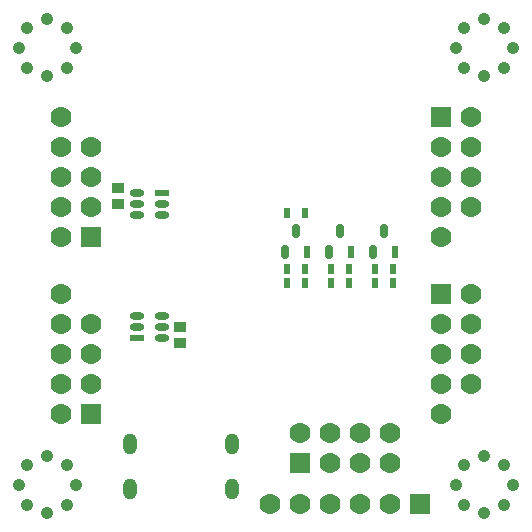
<source format=gbs>
G04*
G04 #@! TF.GenerationSoftware,Altium Limited,Altium Designer,24.10.1 (45)*
G04*
G04 Layer_Color=16711935*
%FSLAX43Y43*%
%MOMM*%
G71*
G04*
G04 #@! TF.SameCoordinates,82C0A6C9-C4C8-43BB-9ED8-C2E15B313AAA*
G04*
G04*
G04 #@! TF.FilePolarity,Negative*
G04*
G01*
G75*
%ADD59R,1.232X0.612*%
G04:AMPARAMS|DCode=60|XSize=1.232mm|YSize=0.612mm|CornerRadius=0.306mm|HoleSize=0mm|Usage=FLASHONLY|Rotation=180.000|XOffset=0mm|YOffset=0mm|HoleType=Round|Shape=RoundedRectangle|*
%AMROUNDEDRECTD60*
21,1,1.232,0.000,0,0,180.0*
21,1,0.620,0.612,0,0,180.0*
1,1,0.612,-0.310,0.000*
1,1,0.612,0.310,0.000*
1,1,0.612,0.310,0.000*
1,1,0.612,-0.310,0.000*
%
%ADD60ROUNDEDRECTD60*%
%ADD62R,0.576X0.876*%
%ADD67R,0.976X0.876*%
G04:AMPARAMS|DCode=69|XSize=1.176mm|YSize=1.776mm|CornerRadius=0.588mm|HoleSize=0mm|Usage=FLASHONLY|Rotation=0.000|XOffset=0mm|YOffset=0mm|HoleType=Round|Shape=RoundedRectangle|*
%AMROUNDEDRECTD69*
21,1,1.176,0.600,0,0,0.0*
21,1,0.000,1.776,0,0,0.0*
1,1,1.176,0.000,-0.300*
1,1,1.176,0.000,-0.300*
1,1,1.176,0.000,0.300*
1,1,1.176,0.000,0.300*
%
%ADD69ROUNDEDRECTD69*%
G04:AMPARAMS|DCode=70|XSize=1.776mm|YSize=1.776mm|CornerRadius=0.888mm|HoleSize=0mm|Usage=FLASHONLY|Rotation=0.000|XOffset=0mm|YOffset=0mm|HoleType=Round|Shape=RoundedRectangle|*
%AMROUNDEDRECTD70*
21,1,1.776,0.000,0,0,0.0*
21,1,0.000,1.776,0,0,0.0*
1,1,1.776,0.000,0.000*
1,1,1.776,0.000,0.000*
1,1,1.776,0.000,0.000*
1,1,1.776,0.000,0.000*
%
%ADD70ROUNDEDRECTD70*%
%ADD71R,1.776X1.776*%
%ADD72R,1.776X1.776*%
G04:AMPARAMS|DCode=73|XSize=1.776mm|YSize=1.776mm|CornerRadius=0.888mm|HoleSize=0mm|Usage=FLASHONLY|Rotation=90.000|XOffset=0mm|YOffset=0mm|HoleType=Round|Shape=RoundedRectangle|*
%AMROUNDEDRECTD73*
21,1,1.776,0.000,0,0,90.0*
21,1,0.000,1.776,0,0,90.0*
1,1,1.776,0.000,0.000*
1,1,1.776,0.000,0.000*
1,1,1.776,0.000,0.000*
1,1,1.776,0.000,0.000*
%
%ADD73ROUNDEDRECTD73*%
%ADD74C,1.076*%
%ADD91R,0.608X1.133*%
G04:AMPARAMS|DCode=92|XSize=1.133mm|YSize=0.608mm|CornerRadius=0.131mm|HoleSize=0mm|Usage=FLASHONLY|Rotation=90.000|XOffset=0mm|YOffset=0mm|HoleType=Round|Shape=RoundedRectangle|*
%AMROUNDEDRECTD92*
21,1,1.133,0.346,0,0,90.0*
21,1,0.871,0.608,0,0,90.0*
1,1,0.262,0.173,0.435*
1,1,0.262,0.173,-0.435*
1,1,0.262,-0.173,-0.435*
1,1,0.262,-0.173,0.435*
%
%ADD92ROUNDEDRECTD92*%
D59*
X13230Y28228D02*
D03*
X11080Y15873D02*
D03*
D60*
Y28228D02*
D03*
X13230Y27278D02*
D03*
Y26328D02*
D03*
X11080D02*
D03*
Y27278D02*
D03*
Y16823D02*
D03*
Y17773D02*
D03*
X13230D02*
D03*
Y16823D02*
D03*
Y15873D02*
D03*
D62*
X29027Y21778D02*
D03*
X27527D02*
D03*
X23791D02*
D03*
X25291D02*
D03*
X25291Y20558D02*
D03*
X23791D02*
D03*
X23791Y26477D02*
D03*
X25291D02*
D03*
X27527Y20558D02*
D03*
X29027D02*
D03*
X31263Y21778D02*
D03*
X32763D02*
D03*
X31263Y20558D02*
D03*
X32763D02*
D03*
D67*
X14771Y16805D02*
D03*
Y15505D02*
D03*
X9481Y28586D02*
D03*
Y27286D02*
D03*
D69*
X19095Y3100D02*
D03*
X10455D02*
D03*
X19095Y6900D02*
D03*
X10455D02*
D03*
D70*
X39340Y12040D02*
D03*
X36800D02*
D03*
X39340Y14580D02*
D03*
X36800D02*
D03*
X39340Y17120D02*
D03*
X36800D02*
D03*
X39340Y19660D02*
D03*
X36800Y9500D02*
D03*
X4660Y24500D02*
D03*
X7200Y27040D02*
D03*
X4660D02*
D03*
X7200Y29580D02*
D03*
X4660D02*
D03*
X7200Y32120D02*
D03*
X4660D02*
D03*
Y34660D02*
D03*
X36800Y24500D02*
D03*
X39340Y34660D02*
D03*
X36800Y32120D02*
D03*
X39340D02*
D03*
X36800Y29580D02*
D03*
X39340D02*
D03*
X36800Y27040D02*
D03*
X39340D02*
D03*
X4660Y9500D02*
D03*
X7200Y12040D02*
D03*
X4660D02*
D03*
X7200Y14580D02*
D03*
X4660D02*
D03*
X7200Y17120D02*
D03*
X4660D02*
D03*
Y19660D02*
D03*
D71*
X36800D02*
D03*
X7200Y24500D02*
D03*
X36800Y34660D02*
D03*
X7200Y9500D02*
D03*
D72*
X24920Y5310D02*
D03*
X35086Y1837D02*
D03*
D73*
X24920Y7850D02*
D03*
X27460Y5310D02*
D03*
Y7850D02*
D03*
X30000Y5310D02*
D03*
Y7850D02*
D03*
X32540Y5310D02*
D03*
Y7850D02*
D03*
X30006Y1837D02*
D03*
X32546D02*
D03*
X22386D02*
D03*
X24926D02*
D03*
X27466D02*
D03*
D74*
X3500Y38100D02*
D03*
X1803Y38803D02*
D03*
X1100Y40500D02*
D03*
X1803Y42197D02*
D03*
X3500Y42900D02*
D03*
X5197Y42197D02*
D03*
X5900Y40500D02*
D03*
X5197Y38803D02*
D03*
Y1803D02*
D03*
X5900Y3500D02*
D03*
X5197Y5197D02*
D03*
X3500Y5900D02*
D03*
X1803Y5197D02*
D03*
X1100Y3500D02*
D03*
X1803Y1803D02*
D03*
X3500Y1100D02*
D03*
X42197Y38803D02*
D03*
X42900Y40500D02*
D03*
X42197Y42197D02*
D03*
X40500Y42900D02*
D03*
X38803Y42197D02*
D03*
X38100Y40500D02*
D03*
X38803Y38803D02*
D03*
X40500Y38100D02*
D03*
X42197Y1803D02*
D03*
X42900Y3500D02*
D03*
X42197Y5197D02*
D03*
X40500Y5900D02*
D03*
X38803Y5197D02*
D03*
X38100Y3500D02*
D03*
X38803Y1803D02*
D03*
X40500Y1100D02*
D03*
D91*
X25491Y23171D02*
D03*
X29227D02*
D03*
X32963D02*
D03*
D92*
X23591D02*
D03*
X24541Y24972D02*
D03*
X28277D02*
D03*
X27327Y23171D02*
D03*
X32013Y24972D02*
D03*
X31062Y23171D02*
D03*
M02*

</source>
